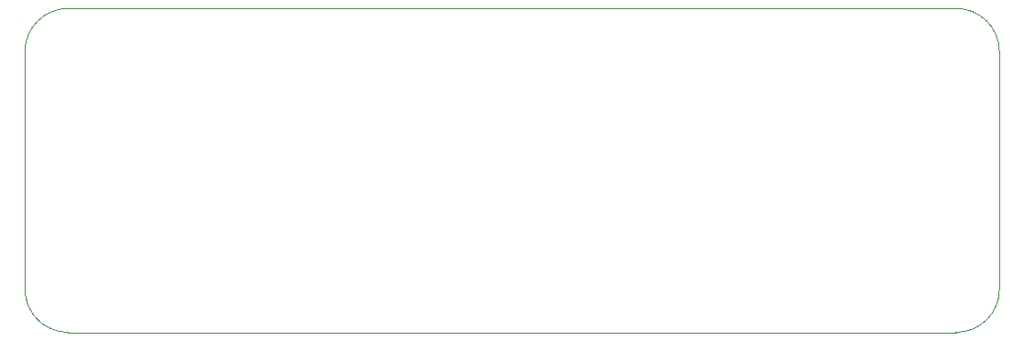
<source format=gbr>
G04 #@! TF.GenerationSoftware,KiCad,Pcbnew,5.0.2-bee76a0~70~ubuntu16.04.1*
G04 #@! TF.CreationDate,2019-03-20T11:43:52+01:00*
G04 #@! TF.ProjectId,controller,636f6e74-726f-46c6-9c65-722e6b696361,rev?*
G04 #@! TF.SameCoordinates,Original*
G04 #@! TF.FileFunction,Profile,NP*
%FSLAX46Y46*%
G04 Gerber Fmt 4.6, Leading zero omitted, Abs format (unit mm)*
G04 Created by KiCad (PCBNEW 5.0.2-bee76a0~70~ubuntu16.04.1) date Wed 20 Mar 2019 11:43:52 AM CET*
%MOMM*%
%LPD*%
G01*
G04 APERTURE LIST*
%ADD10C,0.100000*%
G04 APERTURE END LIST*
D10*
X185000000Y-71000000D02*
G75*
G02X181000000Y-75000000I-4000000J0D01*
G01*
X181000000Y-45000000D02*
G75*
G02X185000000Y-49000000I0J-4000000D01*
G01*
X99000000Y-75000000D02*
G75*
G02X95000000Y-71000000I0J4000000D01*
G01*
X95000000Y-49000000D02*
G75*
G02X99000000Y-45000000I4000000J0D01*
G01*
X95000000Y-71000000D02*
X95000000Y-49000000D01*
X181000000Y-75000000D02*
X99000000Y-75000000D01*
X185000000Y-49000000D02*
X185000000Y-71000000D01*
X99000000Y-45000000D02*
X181000000Y-45000000D01*
M02*

</source>
